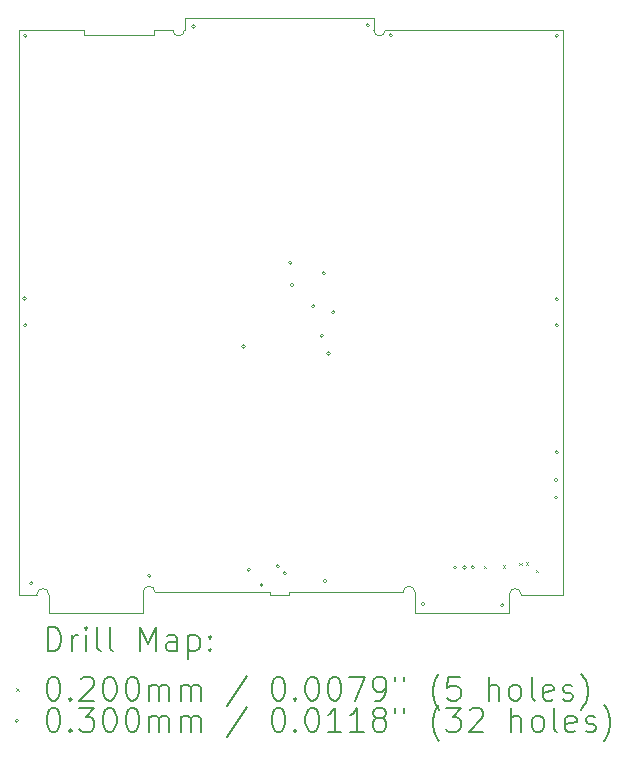
<source format=gbr>
%TF.GenerationSoftware,KiCad,Pcbnew,7.0.2*%
%TF.CreationDate,2023-07-30T22:15:09-04:00*%
%TF.ProjectId,ExternalFaces,45787465-726e-4616-9c46-616365732e6b,rev?*%
%TF.SameCoordinates,Original*%
%TF.FileFunction,Drillmap*%
%TF.FilePolarity,Positive*%
%FSLAX45Y45*%
G04 Gerber Fmt 4.5, Leading zero omitted, Abs format (unit mm)*
G04 Created by KiCad (PCBNEW 7.0.2) date 2023-07-30 22:15:09*
%MOMM*%
%LPD*%
G01*
G04 APERTURE LIST*
%ADD10C,0.100000*%
%ADD11C,0.050000*%
%ADD12C,0.200000*%
%ADD13C,0.020000*%
%ADD14C,0.030000*%
G04 APERTURE END LIST*
D10*
X10650000Y-7280000D02*
X11202000Y-7280000D01*
X13650000Y-7180000D02*
X12050000Y-7180000D01*
X10650000Y-12060000D02*
X10650000Y-7280000D01*
D11*
X11202000Y-7319000D02*
X11202000Y-7280000D01*
D10*
X11700000Y-12040000D02*
X11700000Y-12060000D01*
D11*
X11791000Y-7280000D02*
X11791000Y-7319000D01*
D10*
X13650000Y-7280000D02*
X13650000Y-7180000D01*
X12050000Y-7180000D02*
X12050000Y-7280000D01*
X14900000Y-12060000D02*
G75*
G03*
X14800000Y-12060000I-50000J0D01*
G01*
X14000000Y-12060000D02*
X14000000Y-12220000D01*
D11*
X11791000Y-7319000D02*
X11202000Y-7319000D01*
D10*
X11700000Y-12220000D02*
X10900000Y-12220000D01*
X13950000Y-7280000D02*
X13750000Y-7280000D01*
X14900000Y-12060000D02*
X15050000Y-12060000D01*
X10900000Y-12060000D02*
G75*
G03*
X10800000Y-12060000I-50000J0D01*
G01*
X14000000Y-12040000D02*
G75*
G03*
X13900000Y-12040000I-50000J0D01*
G01*
X12930000Y-12040000D02*
X12930000Y-12060000D01*
D11*
X11851000Y-7280000D02*
X11791000Y-7280000D01*
D10*
X12770000Y-12040000D02*
X12770000Y-12060000D01*
X11700000Y-12060000D02*
X11700000Y-12220000D01*
X11950000Y-7280000D02*
G75*
G03*
X12050000Y-7280000I50000J0D01*
G01*
X15050000Y-12060000D02*
X15250000Y-12060000D01*
X12770000Y-12040000D02*
X11800000Y-12040000D01*
X14800000Y-12220000D02*
X14800000Y-12060000D01*
X10900000Y-12220000D02*
X10900000Y-12060000D01*
X15250000Y-7280000D02*
X15250000Y-12060000D01*
X10800000Y-12060000D02*
X10650000Y-12060000D01*
X11800000Y-12040000D02*
G75*
G03*
X11700000Y-12040000I-50000J0D01*
G01*
D11*
X11950000Y-7280000D02*
X11851000Y-7280000D01*
D10*
X13650000Y-7280000D02*
G75*
G03*
X13750000Y-7280000I50000J0D01*
G01*
X12930000Y-12060000D02*
X12770000Y-12060000D01*
X14000000Y-12220000D02*
X14800000Y-12220000D01*
X14000000Y-12040000D02*
X14000000Y-12060000D01*
X13900000Y-12040000D02*
X12930000Y-12040000D01*
X15250000Y-7280000D02*
X13950000Y-7280000D01*
D12*
D13*
X14585000Y-11818000D02*
X14605000Y-11838000D01*
X14605000Y-11818000D02*
X14585000Y-11838000D01*
X14745317Y-11813446D02*
X14765317Y-11833446D01*
X14765317Y-11813446D02*
X14745317Y-11833446D01*
X14885000Y-11791000D02*
X14905000Y-11811000D01*
X14905000Y-11791000D02*
X14885000Y-11811000D01*
X14941000Y-11788000D02*
X14961000Y-11808000D01*
X14961000Y-11788000D02*
X14941000Y-11808000D01*
X15023000Y-11853000D02*
X15043000Y-11873000D01*
X15043000Y-11853000D02*
X15023000Y-11873000D01*
D14*
X10710000Y-9555000D02*
G75*
G03*
X10710000Y-9555000I-15000J0D01*
G01*
X10715000Y-7330000D02*
G75*
G03*
X10715000Y-7330000I-15000J0D01*
G01*
X10715000Y-9780000D02*
G75*
G03*
X10715000Y-9780000I-15000J0D01*
G01*
X10765000Y-11965000D02*
G75*
G03*
X10765000Y-11965000I-15000J0D01*
G01*
X11765000Y-11900000D02*
G75*
G03*
X11765000Y-11900000I-15000J0D01*
G01*
X12140000Y-7250000D02*
G75*
G03*
X12140000Y-7250000I-15000J0D01*
G01*
X12565000Y-9960000D02*
G75*
G03*
X12565000Y-9960000I-15000J0D01*
G01*
X12610000Y-11850000D02*
G75*
G03*
X12610000Y-11850000I-15000J0D01*
G01*
X12715000Y-11980000D02*
G75*
G03*
X12715000Y-11980000I-15000J0D01*
G01*
X12855000Y-11820000D02*
G75*
G03*
X12855000Y-11820000I-15000J0D01*
G01*
X12915000Y-11880000D02*
G75*
G03*
X12915000Y-11880000I-15000J0D01*
G01*
X12960000Y-9250000D02*
G75*
G03*
X12960000Y-9250000I-15000J0D01*
G01*
X12975000Y-9440000D02*
G75*
G03*
X12975000Y-9440000I-15000J0D01*
G01*
X13155000Y-9620000D02*
G75*
G03*
X13155000Y-9620000I-15000J0D01*
G01*
X13225000Y-9870000D02*
G75*
G03*
X13225000Y-9870000I-15000J0D01*
G01*
X13245000Y-9340000D02*
G75*
G03*
X13245000Y-9340000I-15000J0D01*
G01*
X13255000Y-11945000D02*
G75*
G03*
X13255000Y-11945000I-15000J0D01*
G01*
X13285000Y-10020000D02*
G75*
G03*
X13285000Y-10020000I-15000J0D01*
G01*
X13325000Y-9670000D02*
G75*
G03*
X13325000Y-9670000I-15000J0D01*
G01*
X13615000Y-7240000D02*
G75*
G03*
X13615000Y-7240000I-15000J0D01*
G01*
X13810000Y-7325000D02*
G75*
G03*
X13810000Y-7325000I-15000J0D01*
G01*
X14085000Y-12140000D02*
G75*
G03*
X14085000Y-12140000I-15000J0D01*
G01*
X14355000Y-11830000D02*
G75*
G03*
X14355000Y-11830000I-15000J0D01*
G01*
X14435000Y-11830000D02*
G75*
G03*
X14435000Y-11830000I-15000J0D01*
G01*
X14505000Y-11830000D02*
G75*
G03*
X14505000Y-11830000I-15000J0D01*
G01*
X14755000Y-12150000D02*
G75*
G03*
X14755000Y-12150000I-15000J0D01*
G01*
X15210000Y-11090000D02*
G75*
G03*
X15210000Y-11090000I-15000J0D01*
G01*
X15210000Y-11240000D02*
G75*
G03*
X15210000Y-11240000I-15000J0D01*
G01*
X15215000Y-7330000D02*
G75*
G03*
X15215000Y-7330000I-15000J0D01*
G01*
X15215000Y-9560000D02*
G75*
G03*
X15215000Y-9560000I-15000J0D01*
G01*
X15215000Y-9780000D02*
G75*
G03*
X15215000Y-9780000I-15000J0D01*
G01*
X15215000Y-10855000D02*
G75*
G03*
X15215000Y-10855000I-15000J0D01*
G01*
D12*
X10892619Y-12537524D02*
X10892619Y-12337524D01*
X10892619Y-12337524D02*
X10940238Y-12337524D01*
X10940238Y-12337524D02*
X10968810Y-12347048D01*
X10968810Y-12347048D02*
X10987857Y-12366095D01*
X10987857Y-12366095D02*
X10997381Y-12385143D01*
X10997381Y-12385143D02*
X11006905Y-12423238D01*
X11006905Y-12423238D02*
X11006905Y-12451809D01*
X11006905Y-12451809D02*
X10997381Y-12489905D01*
X10997381Y-12489905D02*
X10987857Y-12508952D01*
X10987857Y-12508952D02*
X10968810Y-12528000D01*
X10968810Y-12528000D02*
X10940238Y-12537524D01*
X10940238Y-12537524D02*
X10892619Y-12537524D01*
X11092619Y-12537524D02*
X11092619Y-12404190D01*
X11092619Y-12442286D02*
X11102143Y-12423238D01*
X11102143Y-12423238D02*
X11111667Y-12413714D01*
X11111667Y-12413714D02*
X11130714Y-12404190D01*
X11130714Y-12404190D02*
X11149762Y-12404190D01*
X11216428Y-12537524D02*
X11216428Y-12404190D01*
X11216428Y-12337524D02*
X11206905Y-12347048D01*
X11206905Y-12347048D02*
X11216428Y-12356571D01*
X11216428Y-12356571D02*
X11225952Y-12347048D01*
X11225952Y-12347048D02*
X11216428Y-12337524D01*
X11216428Y-12337524D02*
X11216428Y-12356571D01*
X11340238Y-12537524D02*
X11321190Y-12528000D01*
X11321190Y-12528000D02*
X11311667Y-12508952D01*
X11311667Y-12508952D02*
X11311667Y-12337524D01*
X11445000Y-12537524D02*
X11425952Y-12528000D01*
X11425952Y-12528000D02*
X11416428Y-12508952D01*
X11416428Y-12508952D02*
X11416428Y-12337524D01*
X11673571Y-12537524D02*
X11673571Y-12337524D01*
X11673571Y-12337524D02*
X11740238Y-12480381D01*
X11740238Y-12480381D02*
X11806905Y-12337524D01*
X11806905Y-12337524D02*
X11806905Y-12537524D01*
X11987857Y-12537524D02*
X11987857Y-12432762D01*
X11987857Y-12432762D02*
X11978333Y-12413714D01*
X11978333Y-12413714D02*
X11959286Y-12404190D01*
X11959286Y-12404190D02*
X11921190Y-12404190D01*
X11921190Y-12404190D02*
X11902143Y-12413714D01*
X11987857Y-12528000D02*
X11968809Y-12537524D01*
X11968809Y-12537524D02*
X11921190Y-12537524D01*
X11921190Y-12537524D02*
X11902143Y-12528000D01*
X11902143Y-12528000D02*
X11892619Y-12508952D01*
X11892619Y-12508952D02*
X11892619Y-12489905D01*
X11892619Y-12489905D02*
X11902143Y-12470857D01*
X11902143Y-12470857D02*
X11921190Y-12461333D01*
X11921190Y-12461333D02*
X11968809Y-12461333D01*
X11968809Y-12461333D02*
X11987857Y-12451809D01*
X12083095Y-12404190D02*
X12083095Y-12604190D01*
X12083095Y-12413714D02*
X12102143Y-12404190D01*
X12102143Y-12404190D02*
X12140238Y-12404190D01*
X12140238Y-12404190D02*
X12159286Y-12413714D01*
X12159286Y-12413714D02*
X12168809Y-12423238D01*
X12168809Y-12423238D02*
X12178333Y-12442286D01*
X12178333Y-12442286D02*
X12178333Y-12499428D01*
X12178333Y-12499428D02*
X12168809Y-12518476D01*
X12168809Y-12518476D02*
X12159286Y-12528000D01*
X12159286Y-12528000D02*
X12140238Y-12537524D01*
X12140238Y-12537524D02*
X12102143Y-12537524D01*
X12102143Y-12537524D02*
X12083095Y-12528000D01*
X12264048Y-12518476D02*
X12273571Y-12528000D01*
X12273571Y-12528000D02*
X12264048Y-12537524D01*
X12264048Y-12537524D02*
X12254524Y-12528000D01*
X12254524Y-12528000D02*
X12264048Y-12518476D01*
X12264048Y-12518476D02*
X12264048Y-12537524D01*
X12264048Y-12413714D02*
X12273571Y-12423238D01*
X12273571Y-12423238D02*
X12264048Y-12432762D01*
X12264048Y-12432762D02*
X12254524Y-12423238D01*
X12254524Y-12423238D02*
X12264048Y-12413714D01*
X12264048Y-12413714D02*
X12264048Y-12432762D01*
D13*
X10625000Y-12855000D02*
X10645000Y-12875000D01*
X10645000Y-12855000D02*
X10625000Y-12875000D01*
D12*
X10930714Y-12757524D02*
X10949762Y-12757524D01*
X10949762Y-12757524D02*
X10968810Y-12767048D01*
X10968810Y-12767048D02*
X10978333Y-12776571D01*
X10978333Y-12776571D02*
X10987857Y-12795619D01*
X10987857Y-12795619D02*
X10997381Y-12833714D01*
X10997381Y-12833714D02*
X10997381Y-12881333D01*
X10997381Y-12881333D02*
X10987857Y-12919428D01*
X10987857Y-12919428D02*
X10978333Y-12938476D01*
X10978333Y-12938476D02*
X10968810Y-12948000D01*
X10968810Y-12948000D02*
X10949762Y-12957524D01*
X10949762Y-12957524D02*
X10930714Y-12957524D01*
X10930714Y-12957524D02*
X10911667Y-12948000D01*
X10911667Y-12948000D02*
X10902143Y-12938476D01*
X10902143Y-12938476D02*
X10892619Y-12919428D01*
X10892619Y-12919428D02*
X10883095Y-12881333D01*
X10883095Y-12881333D02*
X10883095Y-12833714D01*
X10883095Y-12833714D02*
X10892619Y-12795619D01*
X10892619Y-12795619D02*
X10902143Y-12776571D01*
X10902143Y-12776571D02*
X10911667Y-12767048D01*
X10911667Y-12767048D02*
X10930714Y-12757524D01*
X11083095Y-12938476D02*
X11092619Y-12948000D01*
X11092619Y-12948000D02*
X11083095Y-12957524D01*
X11083095Y-12957524D02*
X11073571Y-12948000D01*
X11073571Y-12948000D02*
X11083095Y-12938476D01*
X11083095Y-12938476D02*
X11083095Y-12957524D01*
X11168810Y-12776571D02*
X11178333Y-12767048D01*
X11178333Y-12767048D02*
X11197381Y-12757524D01*
X11197381Y-12757524D02*
X11245000Y-12757524D01*
X11245000Y-12757524D02*
X11264048Y-12767048D01*
X11264048Y-12767048D02*
X11273571Y-12776571D01*
X11273571Y-12776571D02*
X11283095Y-12795619D01*
X11283095Y-12795619D02*
X11283095Y-12814667D01*
X11283095Y-12814667D02*
X11273571Y-12843238D01*
X11273571Y-12843238D02*
X11159286Y-12957524D01*
X11159286Y-12957524D02*
X11283095Y-12957524D01*
X11406905Y-12757524D02*
X11425952Y-12757524D01*
X11425952Y-12757524D02*
X11445000Y-12767048D01*
X11445000Y-12767048D02*
X11454524Y-12776571D01*
X11454524Y-12776571D02*
X11464048Y-12795619D01*
X11464048Y-12795619D02*
X11473571Y-12833714D01*
X11473571Y-12833714D02*
X11473571Y-12881333D01*
X11473571Y-12881333D02*
X11464048Y-12919428D01*
X11464048Y-12919428D02*
X11454524Y-12938476D01*
X11454524Y-12938476D02*
X11445000Y-12948000D01*
X11445000Y-12948000D02*
X11425952Y-12957524D01*
X11425952Y-12957524D02*
X11406905Y-12957524D01*
X11406905Y-12957524D02*
X11387857Y-12948000D01*
X11387857Y-12948000D02*
X11378333Y-12938476D01*
X11378333Y-12938476D02*
X11368809Y-12919428D01*
X11368809Y-12919428D02*
X11359286Y-12881333D01*
X11359286Y-12881333D02*
X11359286Y-12833714D01*
X11359286Y-12833714D02*
X11368809Y-12795619D01*
X11368809Y-12795619D02*
X11378333Y-12776571D01*
X11378333Y-12776571D02*
X11387857Y-12767048D01*
X11387857Y-12767048D02*
X11406905Y-12757524D01*
X11597381Y-12757524D02*
X11616429Y-12757524D01*
X11616429Y-12757524D02*
X11635476Y-12767048D01*
X11635476Y-12767048D02*
X11645000Y-12776571D01*
X11645000Y-12776571D02*
X11654524Y-12795619D01*
X11654524Y-12795619D02*
X11664048Y-12833714D01*
X11664048Y-12833714D02*
X11664048Y-12881333D01*
X11664048Y-12881333D02*
X11654524Y-12919428D01*
X11654524Y-12919428D02*
X11645000Y-12938476D01*
X11645000Y-12938476D02*
X11635476Y-12948000D01*
X11635476Y-12948000D02*
X11616429Y-12957524D01*
X11616429Y-12957524D02*
X11597381Y-12957524D01*
X11597381Y-12957524D02*
X11578333Y-12948000D01*
X11578333Y-12948000D02*
X11568809Y-12938476D01*
X11568809Y-12938476D02*
X11559286Y-12919428D01*
X11559286Y-12919428D02*
X11549762Y-12881333D01*
X11549762Y-12881333D02*
X11549762Y-12833714D01*
X11549762Y-12833714D02*
X11559286Y-12795619D01*
X11559286Y-12795619D02*
X11568809Y-12776571D01*
X11568809Y-12776571D02*
X11578333Y-12767048D01*
X11578333Y-12767048D02*
X11597381Y-12757524D01*
X11749762Y-12957524D02*
X11749762Y-12824190D01*
X11749762Y-12843238D02*
X11759286Y-12833714D01*
X11759286Y-12833714D02*
X11778333Y-12824190D01*
X11778333Y-12824190D02*
X11806905Y-12824190D01*
X11806905Y-12824190D02*
X11825952Y-12833714D01*
X11825952Y-12833714D02*
X11835476Y-12852762D01*
X11835476Y-12852762D02*
X11835476Y-12957524D01*
X11835476Y-12852762D02*
X11845000Y-12833714D01*
X11845000Y-12833714D02*
X11864048Y-12824190D01*
X11864048Y-12824190D02*
X11892619Y-12824190D01*
X11892619Y-12824190D02*
X11911667Y-12833714D01*
X11911667Y-12833714D02*
X11921190Y-12852762D01*
X11921190Y-12852762D02*
X11921190Y-12957524D01*
X12016429Y-12957524D02*
X12016429Y-12824190D01*
X12016429Y-12843238D02*
X12025952Y-12833714D01*
X12025952Y-12833714D02*
X12045000Y-12824190D01*
X12045000Y-12824190D02*
X12073571Y-12824190D01*
X12073571Y-12824190D02*
X12092619Y-12833714D01*
X12092619Y-12833714D02*
X12102143Y-12852762D01*
X12102143Y-12852762D02*
X12102143Y-12957524D01*
X12102143Y-12852762D02*
X12111667Y-12833714D01*
X12111667Y-12833714D02*
X12130714Y-12824190D01*
X12130714Y-12824190D02*
X12159286Y-12824190D01*
X12159286Y-12824190D02*
X12178333Y-12833714D01*
X12178333Y-12833714D02*
X12187857Y-12852762D01*
X12187857Y-12852762D02*
X12187857Y-12957524D01*
X12578333Y-12748000D02*
X12406905Y-13005143D01*
X12835476Y-12757524D02*
X12854524Y-12757524D01*
X12854524Y-12757524D02*
X12873572Y-12767048D01*
X12873572Y-12767048D02*
X12883095Y-12776571D01*
X12883095Y-12776571D02*
X12892619Y-12795619D01*
X12892619Y-12795619D02*
X12902143Y-12833714D01*
X12902143Y-12833714D02*
X12902143Y-12881333D01*
X12902143Y-12881333D02*
X12892619Y-12919428D01*
X12892619Y-12919428D02*
X12883095Y-12938476D01*
X12883095Y-12938476D02*
X12873572Y-12948000D01*
X12873572Y-12948000D02*
X12854524Y-12957524D01*
X12854524Y-12957524D02*
X12835476Y-12957524D01*
X12835476Y-12957524D02*
X12816429Y-12948000D01*
X12816429Y-12948000D02*
X12806905Y-12938476D01*
X12806905Y-12938476D02*
X12797381Y-12919428D01*
X12797381Y-12919428D02*
X12787857Y-12881333D01*
X12787857Y-12881333D02*
X12787857Y-12833714D01*
X12787857Y-12833714D02*
X12797381Y-12795619D01*
X12797381Y-12795619D02*
X12806905Y-12776571D01*
X12806905Y-12776571D02*
X12816429Y-12767048D01*
X12816429Y-12767048D02*
X12835476Y-12757524D01*
X12987857Y-12938476D02*
X12997381Y-12948000D01*
X12997381Y-12948000D02*
X12987857Y-12957524D01*
X12987857Y-12957524D02*
X12978333Y-12948000D01*
X12978333Y-12948000D02*
X12987857Y-12938476D01*
X12987857Y-12938476D02*
X12987857Y-12957524D01*
X13121191Y-12757524D02*
X13140238Y-12757524D01*
X13140238Y-12757524D02*
X13159286Y-12767048D01*
X13159286Y-12767048D02*
X13168810Y-12776571D01*
X13168810Y-12776571D02*
X13178333Y-12795619D01*
X13178333Y-12795619D02*
X13187857Y-12833714D01*
X13187857Y-12833714D02*
X13187857Y-12881333D01*
X13187857Y-12881333D02*
X13178333Y-12919428D01*
X13178333Y-12919428D02*
X13168810Y-12938476D01*
X13168810Y-12938476D02*
X13159286Y-12948000D01*
X13159286Y-12948000D02*
X13140238Y-12957524D01*
X13140238Y-12957524D02*
X13121191Y-12957524D01*
X13121191Y-12957524D02*
X13102143Y-12948000D01*
X13102143Y-12948000D02*
X13092619Y-12938476D01*
X13092619Y-12938476D02*
X13083095Y-12919428D01*
X13083095Y-12919428D02*
X13073572Y-12881333D01*
X13073572Y-12881333D02*
X13073572Y-12833714D01*
X13073572Y-12833714D02*
X13083095Y-12795619D01*
X13083095Y-12795619D02*
X13092619Y-12776571D01*
X13092619Y-12776571D02*
X13102143Y-12767048D01*
X13102143Y-12767048D02*
X13121191Y-12757524D01*
X13311667Y-12757524D02*
X13330714Y-12757524D01*
X13330714Y-12757524D02*
X13349762Y-12767048D01*
X13349762Y-12767048D02*
X13359286Y-12776571D01*
X13359286Y-12776571D02*
X13368810Y-12795619D01*
X13368810Y-12795619D02*
X13378333Y-12833714D01*
X13378333Y-12833714D02*
X13378333Y-12881333D01*
X13378333Y-12881333D02*
X13368810Y-12919428D01*
X13368810Y-12919428D02*
X13359286Y-12938476D01*
X13359286Y-12938476D02*
X13349762Y-12948000D01*
X13349762Y-12948000D02*
X13330714Y-12957524D01*
X13330714Y-12957524D02*
X13311667Y-12957524D01*
X13311667Y-12957524D02*
X13292619Y-12948000D01*
X13292619Y-12948000D02*
X13283095Y-12938476D01*
X13283095Y-12938476D02*
X13273572Y-12919428D01*
X13273572Y-12919428D02*
X13264048Y-12881333D01*
X13264048Y-12881333D02*
X13264048Y-12833714D01*
X13264048Y-12833714D02*
X13273572Y-12795619D01*
X13273572Y-12795619D02*
X13283095Y-12776571D01*
X13283095Y-12776571D02*
X13292619Y-12767048D01*
X13292619Y-12767048D02*
X13311667Y-12757524D01*
X13445000Y-12757524D02*
X13578333Y-12757524D01*
X13578333Y-12757524D02*
X13492619Y-12957524D01*
X13664048Y-12957524D02*
X13702143Y-12957524D01*
X13702143Y-12957524D02*
X13721191Y-12948000D01*
X13721191Y-12948000D02*
X13730714Y-12938476D01*
X13730714Y-12938476D02*
X13749762Y-12909905D01*
X13749762Y-12909905D02*
X13759286Y-12871809D01*
X13759286Y-12871809D02*
X13759286Y-12795619D01*
X13759286Y-12795619D02*
X13749762Y-12776571D01*
X13749762Y-12776571D02*
X13740238Y-12767048D01*
X13740238Y-12767048D02*
X13721191Y-12757524D01*
X13721191Y-12757524D02*
X13683095Y-12757524D01*
X13683095Y-12757524D02*
X13664048Y-12767048D01*
X13664048Y-12767048D02*
X13654524Y-12776571D01*
X13654524Y-12776571D02*
X13645000Y-12795619D01*
X13645000Y-12795619D02*
X13645000Y-12843238D01*
X13645000Y-12843238D02*
X13654524Y-12862286D01*
X13654524Y-12862286D02*
X13664048Y-12871809D01*
X13664048Y-12871809D02*
X13683095Y-12881333D01*
X13683095Y-12881333D02*
X13721191Y-12881333D01*
X13721191Y-12881333D02*
X13740238Y-12871809D01*
X13740238Y-12871809D02*
X13749762Y-12862286D01*
X13749762Y-12862286D02*
X13759286Y-12843238D01*
X13835476Y-12757524D02*
X13835476Y-12795619D01*
X13911667Y-12757524D02*
X13911667Y-12795619D01*
X14206905Y-13033714D02*
X14197381Y-13024190D01*
X14197381Y-13024190D02*
X14178334Y-12995619D01*
X14178334Y-12995619D02*
X14168810Y-12976571D01*
X14168810Y-12976571D02*
X14159286Y-12948000D01*
X14159286Y-12948000D02*
X14149762Y-12900381D01*
X14149762Y-12900381D02*
X14149762Y-12862286D01*
X14149762Y-12862286D02*
X14159286Y-12814667D01*
X14159286Y-12814667D02*
X14168810Y-12786095D01*
X14168810Y-12786095D02*
X14178334Y-12767048D01*
X14178334Y-12767048D02*
X14197381Y-12738476D01*
X14197381Y-12738476D02*
X14206905Y-12728952D01*
X14378334Y-12757524D02*
X14283095Y-12757524D01*
X14283095Y-12757524D02*
X14273572Y-12852762D01*
X14273572Y-12852762D02*
X14283095Y-12843238D01*
X14283095Y-12843238D02*
X14302143Y-12833714D01*
X14302143Y-12833714D02*
X14349762Y-12833714D01*
X14349762Y-12833714D02*
X14368810Y-12843238D01*
X14368810Y-12843238D02*
X14378334Y-12852762D01*
X14378334Y-12852762D02*
X14387857Y-12871809D01*
X14387857Y-12871809D02*
X14387857Y-12919428D01*
X14387857Y-12919428D02*
X14378334Y-12938476D01*
X14378334Y-12938476D02*
X14368810Y-12948000D01*
X14368810Y-12948000D02*
X14349762Y-12957524D01*
X14349762Y-12957524D02*
X14302143Y-12957524D01*
X14302143Y-12957524D02*
X14283095Y-12948000D01*
X14283095Y-12948000D02*
X14273572Y-12938476D01*
X14625953Y-12957524D02*
X14625953Y-12757524D01*
X14711667Y-12957524D02*
X14711667Y-12852762D01*
X14711667Y-12852762D02*
X14702143Y-12833714D01*
X14702143Y-12833714D02*
X14683096Y-12824190D01*
X14683096Y-12824190D02*
X14654524Y-12824190D01*
X14654524Y-12824190D02*
X14635476Y-12833714D01*
X14635476Y-12833714D02*
X14625953Y-12843238D01*
X14835476Y-12957524D02*
X14816429Y-12948000D01*
X14816429Y-12948000D02*
X14806905Y-12938476D01*
X14806905Y-12938476D02*
X14797381Y-12919428D01*
X14797381Y-12919428D02*
X14797381Y-12862286D01*
X14797381Y-12862286D02*
X14806905Y-12843238D01*
X14806905Y-12843238D02*
X14816429Y-12833714D01*
X14816429Y-12833714D02*
X14835476Y-12824190D01*
X14835476Y-12824190D02*
X14864048Y-12824190D01*
X14864048Y-12824190D02*
X14883096Y-12833714D01*
X14883096Y-12833714D02*
X14892619Y-12843238D01*
X14892619Y-12843238D02*
X14902143Y-12862286D01*
X14902143Y-12862286D02*
X14902143Y-12919428D01*
X14902143Y-12919428D02*
X14892619Y-12938476D01*
X14892619Y-12938476D02*
X14883096Y-12948000D01*
X14883096Y-12948000D02*
X14864048Y-12957524D01*
X14864048Y-12957524D02*
X14835476Y-12957524D01*
X15016429Y-12957524D02*
X14997381Y-12948000D01*
X14997381Y-12948000D02*
X14987857Y-12928952D01*
X14987857Y-12928952D02*
X14987857Y-12757524D01*
X15168810Y-12948000D02*
X15149762Y-12957524D01*
X15149762Y-12957524D02*
X15111667Y-12957524D01*
X15111667Y-12957524D02*
X15092619Y-12948000D01*
X15092619Y-12948000D02*
X15083096Y-12928952D01*
X15083096Y-12928952D02*
X15083096Y-12852762D01*
X15083096Y-12852762D02*
X15092619Y-12833714D01*
X15092619Y-12833714D02*
X15111667Y-12824190D01*
X15111667Y-12824190D02*
X15149762Y-12824190D01*
X15149762Y-12824190D02*
X15168810Y-12833714D01*
X15168810Y-12833714D02*
X15178334Y-12852762D01*
X15178334Y-12852762D02*
X15178334Y-12871809D01*
X15178334Y-12871809D02*
X15083096Y-12890857D01*
X15254524Y-12948000D02*
X15273572Y-12957524D01*
X15273572Y-12957524D02*
X15311667Y-12957524D01*
X15311667Y-12957524D02*
X15330715Y-12948000D01*
X15330715Y-12948000D02*
X15340238Y-12928952D01*
X15340238Y-12928952D02*
X15340238Y-12919428D01*
X15340238Y-12919428D02*
X15330715Y-12900381D01*
X15330715Y-12900381D02*
X15311667Y-12890857D01*
X15311667Y-12890857D02*
X15283096Y-12890857D01*
X15283096Y-12890857D02*
X15264048Y-12881333D01*
X15264048Y-12881333D02*
X15254524Y-12862286D01*
X15254524Y-12862286D02*
X15254524Y-12852762D01*
X15254524Y-12852762D02*
X15264048Y-12833714D01*
X15264048Y-12833714D02*
X15283096Y-12824190D01*
X15283096Y-12824190D02*
X15311667Y-12824190D01*
X15311667Y-12824190D02*
X15330715Y-12833714D01*
X15406905Y-13033714D02*
X15416429Y-13024190D01*
X15416429Y-13024190D02*
X15435477Y-12995619D01*
X15435477Y-12995619D02*
X15445000Y-12976571D01*
X15445000Y-12976571D02*
X15454524Y-12948000D01*
X15454524Y-12948000D02*
X15464048Y-12900381D01*
X15464048Y-12900381D02*
X15464048Y-12862286D01*
X15464048Y-12862286D02*
X15454524Y-12814667D01*
X15454524Y-12814667D02*
X15445000Y-12786095D01*
X15445000Y-12786095D02*
X15435477Y-12767048D01*
X15435477Y-12767048D02*
X15416429Y-12738476D01*
X15416429Y-12738476D02*
X15406905Y-12728952D01*
D14*
X10645000Y-13129000D02*
G75*
G03*
X10645000Y-13129000I-15000J0D01*
G01*
D12*
X10930714Y-13021524D02*
X10949762Y-13021524D01*
X10949762Y-13021524D02*
X10968810Y-13031048D01*
X10968810Y-13031048D02*
X10978333Y-13040571D01*
X10978333Y-13040571D02*
X10987857Y-13059619D01*
X10987857Y-13059619D02*
X10997381Y-13097714D01*
X10997381Y-13097714D02*
X10997381Y-13145333D01*
X10997381Y-13145333D02*
X10987857Y-13183428D01*
X10987857Y-13183428D02*
X10978333Y-13202476D01*
X10978333Y-13202476D02*
X10968810Y-13212000D01*
X10968810Y-13212000D02*
X10949762Y-13221524D01*
X10949762Y-13221524D02*
X10930714Y-13221524D01*
X10930714Y-13221524D02*
X10911667Y-13212000D01*
X10911667Y-13212000D02*
X10902143Y-13202476D01*
X10902143Y-13202476D02*
X10892619Y-13183428D01*
X10892619Y-13183428D02*
X10883095Y-13145333D01*
X10883095Y-13145333D02*
X10883095Y-13097714D01*
X10883095Y-13097714D02*
X10892619Y-13059619D01*
X10892619Y-13059619D02*
X10902143Y-13040571D01*
X10902143Y-13040571D02*
X10911667Y-13031048D01*
X10911667Y-13031048D02*
X10930714Y-13021524D01*
X11083095Y-13202476D02*
X11092619Y-13212000D01*
X11092619Y-13212000D02*
X11083095Y-13221524D01*
X11083095Y-13221524D02*
X11073571Y-13212000D01*
X11073571Y-13212000D02*
X11083095Y-13202476D01*
X11083095Y-13202476D02*
X11083095Y-13221524D01*
X11159286Y-13021524D02*
X11283095Y-13021524D01*
X11283095Y-13021524D02*
X11216428Y-13097714D01*
X11216428Y-13097714D02*
X11245000Y-13097714D01*
X11245000Y-13097714D02*
X11264048Y-13107238D01*
X11264048Y-13107238D02*
X11273571Y-13116762D01*
X11273571Y-13116762D02*
X11283095Y-13135809D01*
X11283095Y-13135809D02*
X11283095Y-13183428D01*
X11283095Y-13183428D02*
X11273571Y-13202476D01*
X11273571Y-13202476D02*
X11264048Y-13212000D01*
X11264048Y-13212000D02*
X11245000Y-13221524D01*
X11245000Y-13221524D02*
X11187857Y-13221524D01*
X11187857Y-13221524D02*
X11168810Y-13212000D01*
X11168810Y-13212000D02*
X11159286Y-13202476D01*
X11406905Y-13021524D02*
X11425952Y-13021524D01*
X11425952Y-13021524D02*
X11445000Y-13031048D01*
X11445000Y-13031048D02*
X11454524Y-13040571D01*
X11454524Y-13040571D02*
X11464048Y-13059619D01*
X11464048Y-13059619D02*
X11473571Y-13097714D01*
X11473571Y-13097714D02*
X11473571Y-13145333D01*
X11473571Y-13145333D02*
X11464048Y-13183428D01*
X11464048Y-13183428D02*
X11454524Y-13202476D01*
X11454524Y-13202476D02*
X11445000Y-13212000D01*
X11445000Y-13212000D02*
X11425952Y-13221524D01*
X11425952Y-13221524D02*
X11406905Y-13221524D01*
X11406905Y-13221524D02*
X11387857Y-13212000D01*
X11387857Y-13212000D02*
X11378333Y-13202476D01*
X11378333Y-13202476D02*
X11368809Y-13183428D01*
X11368809Y-13183428D02*
X11359286Y-13145333D01*
X11359286Y-13145333D02*
X11359286Y-13097714D01*
X11359286Y-13097714D02*
X11368809Y-13059619D01*
X11368809Y-13059619D02*
X11378333Y-13040571D01*
X11378333Y-13040571D02*
X11387857Y-13031048D01*
X11387857Y-13031048D02*
X11406905Y-13021524D01*
X11597381Y-13021524D02*
X11616429Y-13021524D01*
X11616429Y-13021524D02*
X11635476Y-13031048D01*
X11635476Y-13031048D02*
X11645000Y-13040571D01*
X11645000Y-13040571D02*
X11654524Y-13059619D01*
X11654524Y-13059619D02*
X11664048Y-13097714D01*
X11664048Y-13097714D02*
X11664048Y-13145333D01*
X11664048Y-13145333D02*
X11654524Y-13183428D01*
X11654524Y-13183428D02*
X11645000Y-13202476D01*
X11645000Y-13202476D02*
X11635476Y-13212000D01*
X11635476Y-13212000D02*
X11616429Y-13221524D01*
X11616429Y-13221524D02*
X11597381Y-13221524D01*
X11597381Y-13221524D02*
X11578333Y-13212000D01*
X11578333Y-13212000D02*
X11568809Y-13202476D01*
X11568809Y-13202476D02*
X11559286Y-13183428D01*
X11559286Y-13183428D02*
X11549762Y-13145333D01*
X11549762Y-13145333D02*
X11549762Y-13097714D01*
X11549762Y-13097714D02*
X11559286Y-13059619D01*
X11559286Y-13059619D02*
X11568809Y-13040571D01*
X11568809Y-13040571D02*
X11578333Y-13031048D01*
X11578333Y-13031048D02*
X11597381Y-13021524D01*
X11749762Y-13221524D02*
X11749762Y-13088190D01*
X11749762Y-13107238D02*
X11759286Y-13097714D01*
X11759286Y-13097714D02*
X11778333Y-13088190D01*
X11778333Y-13088190D02*
X11806905Y-13088190D01*
X11806905Y-13088190D02*
X11825952Y-13097714D01*
X11825952Y-13097714D02*
X11835476Y-13116762D01*
X11835476Y-13116762D02*
X11835476Y-13221524D01*
X11835476Y-13116762D02*
X11845000Y-13097714D01*
X11845000Y-13097714D02*
X11864048Y-13088190D01*
X11864048Y-13088190D02*
X11892619Y-13088190D01*
X11892619Y-13088190D02*
X11911667Y-13097714D01*
X11911667Y-13097714D02*
X11921190Y-13116762D01*
X11921190Y-13116762D02*
X11921190Y-13221524D01*
X12016429Y-13221524D02*
X12016429Y-13088190D01*
X12016429Y-13107238D02*
X12025952Y-13097714D01*
X12025952Y-13097714D02*
X12045000Y-13088190D01*
X12045000Y-13088190D02*
X12073571Y-13088190D01*
X12073571Y-13088190D02*
X12092619Y-13097714D01*
X12092619Y-13097714D02*
X12102143Y-13116762D01*
X12102143Y-13116762D02*
X12102143Y-13221524D01*
X12102143Y-13116762D02*
X12111667Y-13097714D01*
X12111667Y-13097714D02*
X12130714Y-13088190D01*
X12130714Y-13088190D02*
X12159286Y-13088190D01*
X12159286Y-13088190D02*
X12178333Y-13097714D01*
X12178333Y-13097714D02*
X12187857Y-13116762D01*
X12187857Y-13116762D02*
X12187857Y-13221524D01*
X12578333Y-13012000D02*
X12406905Y-13269143D01*
X12835476Y-13021524D02*
X12854524Y-13021524D01*
X12854524Y-13021524D02*
X12873572Y-13031048D01*
X12873572Y-13031048D02*
X12883095Y-13040571D01*
X12883095Y-13040571D02*
X12892619Y-13059619D01*
X12892619Y-13059619D02*
X12902143Y-13097714D01*
X12902143Y-13097714D02*
X12902143Y-13145333D01*
X12902143Y-13145333D02*
X12892619Y-13183428D01*
X12892619Y-13183428D02*
X12883095Y-13202476D01*
X12883095Y-13202476D02*
X12873572Y-13212000D01*
X12873572Y-13212000D02*
X12854524Y-13221524D01*
X12854524Y-13221524D02*
X12835476Y-13221524D01*
X12835476Y-13221524D02*
X12816429Y-13212000D01*
X12816429Y-13212000D02*
X12806905Y-13202476D01*
X12806905Y-13202476D02*
X12797381Y-13183428D01*
X12797381Y-13183428D02*
X12787857Y-13145333D01*
X12787857Y-13145333D02*
X12787857Y-13097714D01*
X12787857Y-13097714D02*
X12797381Y-13059619D01*
X12797381Y-13059619D02*
X12806905Y-13040571D01*
X12806905Y-13040571D02*
X12816429Y-13031048D01*
X12816429Y-13031048D02*
X12835476Y-13021524D01*
X12987857Y-13202476D02*
X12997381Y-13212000D01*
X12997381Y-13212000D02*
X12987857Y-13221524D01*
X12987857Y-13221524D02*
X12978333Y-13212000D01*
X12978333Y-13212000D02*
X12987857Y-13202476D01*
X12987857Y-13202476D02*
X12987857Y-13221524D01*
X13121191Y-13021524D02*
X13140238Y-13021524D01*
X13140238Y-13021524D02*
X13159286Y-13031048D01*
X13159286Y-13031048D02*
X13168810Y-13040571D01*
X13168810Y-13040571D02*
X13178333Y-13059619D01*
X13178333Y-13059619D02*
X13187857Y-13097714D01*
X13187857Y-13097714D02*
X13187857Y-13145333D01*
X13187857Y-13145333D02*
X13178333Y-13183428D01*
X13178333Y-13183428D02*
X13168810Y-13202476D01*
X13168810Y-13202476D02*
X13159286Y-13212000D01*
X13159286Y-13212000D02*
X13140238Y-13221524D01*
X13140238Y-13221524D02*
X13121191Y-13221524D01*
X13121191Y-13221524D02*
X13102143Y-13212000D01*
X13102143Y-13212000D02*
X13092619Y-13202476D01*
X13092619Y-13202476D02*
X13083095Y-13183428D01*
X13083095Y-13183428D02*
X13073572Y-13145333D01*
X13073572Y-13145333D02*
X13073572Y-13097714D01*
X13073572Y-13097714D02*
X13083095Y-13059619D01*
X13083095Y-13059619D02*
X13092619Y-13040571D01*
X13092619Y-13040571D02*
X13102143Y-13031048D01*
X13102143Y-13031048D02*
X13121191Y-13021524D01*
X13378333Y-13221524D02*
X13264048Y-13221524D01*
X13321191Y-13221524D02*
X13321191Y-13021524D01*
X13321191Y-13021524D02*
X13302143Y-13050095D01*
X13302143Y-13050095D02*
X13283095Y-13069143D01*
X13283095Y-13069143D02*
X13264048Y-13078667D01*
X13568810Y-13221524D02*
X13454524Y-13221524D01*
X13511667Y-13221524D02*
X13511667Y-13021524D01*
X13511667Y-13021524D02*
X13492619Y-13050095D01*
X13492619Y-13050095D02*
X13473572Y-13069143D01*
X13473572Y-13069143D02*
X13454524Y-13078667D01*
X13683095Y-13107238D02*
X13664048Y-13097714D01*
X13664048Y-13097714D02*
X13654524Y-13088190D01*
X13654524Y-13088190D02*
X13645000Y-13069143D01*
X13645000Y-13069143D02*
X13645000Y-13059619D01*
X13645000Y-13059619D02*
X13654524Y-13040571D01*
X13654524Y-13040571D02*
X13664048Y-13031048D01*
X13664048Y-13031048D02*
X13683095Y-13021524D01*
X13683095Y-13021524D02*
X13721191Y-13021524D01*
X13721191Y-13021524D02*
X13740238Y-13031048D01*
X13740238Y-13031048D02*
X13749762Y-13040571D01*
X13749762Y-13040571D02*
X13759286Y-13059619D01*
X13759286Y-13059619D02*
X13759286Y-13069143D01*
X13759286Y-13069143D02*
X13749762Y-13088190D01*
X13749762Y-13088190D02*
X13740238Y-13097714D01*
X13740238Y-13097714D02*
X13721191Y-13107238D01*
X13721191Y-13107238D02*
X13683095Y-13107238D01*
X13683095Y-13107238D02*
X13664048Y-13116762D01*
X13664048Y-13116762D02*
X13654524Y-13126286D01*
X13654524Y-13126286D02*
X13645000Y-13145333D01*
X13645000Y-13145333D02*
X13645000Y-13183428D01*
X13645000Y-13183428D02*
X13654524Y-13202476D01*
X13654524Y-13202476D02*
X13664048Y-13212000D01*
X13664048Y-13212000D02*
X13683095Y-13221524D01*
X13683095Y-13221524D02*
X13721191Y-13221524D01*
X13721191Y-13221524D02*
X13740238Y-13212000D01*
X13740238Y-13212000D02*
X13749762Y-13202476D01*
X13749762Y-13202476D02*
X13759286Y-13183428D01*
X13759286Y-13183428D02*
X13759286Y-13145333D01*
X13759286Y-13145333D02*
X13749762Y-13126286D01*
X13749762Y-13126286D02*
X13740238Y-13116762D01*
X13740238Y-13116762D02*
X13721191Y-13107238D01*
X13835476Y-13021524D02*
X13835476Y-13059619D01*
X13911667Y-13021524D02*
X13911667Y-13059619D01*
X14206905Y-13297714D02*
X14197381Y-13288190D01*
X14197381Y-13288190D02*
X14178334Y-13259619D01*
X14178334Y-13259619D02*
X14168810Y-13240571D01*
X14168810Y-13240571D02*
X14159286Y-13212000D01*
X14159286Y-13212000D02*
X14149762Y-13164381D01*
X14149762Y-13164381D02*
X14149762Y-13126286D01*
X14149762Y-13126286D02*
X14159286Y-13078667D01*
X14159286Y-13078667D02*
X14168810Y-13050095D01*
X14168810Y-13050095D02*
X14178334Y-13031048D01*
X14178334Y-13031048D02*
X14197381Y-13002476D01*
X14197381Y-13002476D02*
X14206905Y-12992952D01*
X14264048Y-13021524D02*
X14387857Y-13021524D01*
X14387857Y-13021524D02*
X14321191Y-13097714D01*
X14321191Y-13097714D02*
X14349762Y-13097714D01*
X14349762Y-13097714D02*
X14368810Y-13107238D01*
X14368810Y-13107238D02*
X14378334Y-13116762D01*
X14378334Y-13116762D02*
X14387857Y-13135809D01*
X14387857Y-13135809D02*
X14387857Y-13183428D01*
X14387857Y-13183428D02*
X14378334Y-13202476D01*
X14378334Y-13202476D02*
X14368810Y-13212000D01*
X14368810Y-13212000D02*
X14349762Y-13221524D01*
X14349762Y-13221524D02*
X14292619Y-13221524D01*
X14292619Y-13221524D02*
X14273572Y-13212000D01*
X14273572Y-13212000D02*
X14264048Y-13202476D01*
X14464048Y-13040571D02*
X14473572Y-13031048D01*
X14473572Y-13031048D02*
X14492619Y-13021524D01*
X14492619Y-13021524D02*
X14540238Y-13021524D01*
X14540238Y-13021524D02*
X14559286Y-13031048D01*
X14559286Y-13031048D02*
X14568810Y-13040571D01*
X14568810Y-13040571D02*
X14578334Y-13059619D01*
X14578334Y-13059619D02*
X14578334Y-13078667D01*
X14578334Y-13078667D02*
X14568810Y-13107238D01*
X14568810Y-13107238D02*
X14454524Y-13221524D01*
X14454524Y-13221524D02*
X14578334Y-13221524D01*
X14816429Y-13221524D02*
X14816429Y-13021524D01*
X14902143Y-13221524D02*
X14902143Y-13116762D01*
X14902143Y-13116762D02*
X14892619Y-13097714D01*
X14892619Y-13097714D02*
X14873572Y-13088190D01*
X14873572Y-13088190D02*
X14845000Y-13088190D01*
X14845000Y-13088190D02*
X14825953Y-13097714D01*
X14825953Y-13097714D02*
X14816429Y-13107238D01*
X15025953Y-13221524D02*
X15006905Y-13212000D01*
X15006905Y-13212000D02*
X14997381Y-13202476D01*
X14997381Y-13202476D02*
X14987857Y-13183428D01*
X14987857Y-13183428D02*
X14987857Y-13126286D01*
X14987857Y-13126286D02*
X14997381Y-13107238D01*
X14997381Y-13107238D02*
X15006905Y-13097714D01*
X15006905Y-13097714D02*
X15025953Y-13088190D01*
X15025953Y-13088190D02*
X15054524Y-13088190D01*
X15054524Y-13088190D02*
X15073572Y-13097714D01*
X15073572Y-13097714D02*
X15083096Y-13107238D01*
X15083096Y-13107238D02*
X15092619Y-13126286D01*
X15092619Y-13126286D02*
X15092619Y-13183428D01*
X15092619Y-13183428D02*
X15083096Y-13202476D01*
X15083096Y-13202476D02*
X15073572Y-13212000D01*
X15073572Y-13212000D02*
X15054524Y-13221524D01*
X15054524Y-13221524D02*
X15025953Y-13221524D01*
X15206905Y-13221524D02*
X15187857Y-13212000D01*
X15187857Y-13212000D02*
X15178334Y-13192952D01*
X15178334Y-13192952D02*
X15178334Y-13021524D01*
X15359286Y-13212000D02*
X15340238Y-13221524D01*
X15340238Y-13221524D02*
X15302143Y-13221524D01*
X15302143Y-13221524D02*
X15283096Y-13212000D01*
X15283096Y-13212000D02*
X15273572Y-13192952D01*
X15273572Y-13192952D02*
X15273572Y-13116762D01*
X15273572Y-13116762D02*
X15283096Y-13097714D01*
X15283096Y-13097714D02*
X15302143Y-13088190D01*
X15302143Y-13088190D02*
X15340238Y-13088190D01*
X15340238Y-13088190D02*
X15359286Y-13097714D01*
X15359286Y-13097714D02*
X15368810Y-13116762D01*
X15368810Y-13116762D02*
X15368810Y-13135809D01*
X15368810Y-13135809D02*
X15273572Y-13154857D01*
X15445000Y-13212000D02*
X15464048Y-13221524D01*
X15464048Y-13221524D02*
X15502143Y-13221524D01*
X15502143Y-13221524D02*
X15521191Y-13212000D01*
X15521191Y-13212000D02*
X15530715Y-13192952D01*
X15530715Y-13192952D02*
X15530715Y-13183428D01*
X15530715Y-13183428D02*
X15521191Y-13164381D01*
X15521191Y-13164381D02*
X15502143Y-13154857D01*
X15502143Y-13154857D02*
X15473572Y-13154857D01*
X15473572Y-13154857D02*
X15454524Y-13145333D01*
X15454524Y-13145333D02*
X15445000Y-13126286D01*
X15445000Y-13126286D02*
X15445000Y-13116762D01*
X15445000Y-13116762D02*
X15454524Y-13097714D01*
X15454524Y-13097714D02*
X15473572Y-13088190D01*
X15473572Y-13088190D02*
X15502143Y-13088190D01*
X15502143Y-13088190D02*
X15521191Y-13097714D01*
X15597381Y-13297714D02*
X15606905Y-13288190D01*
X15606905Y-13288190D02*
X15625953Y-13259619D01*
X15625953Y-13259619D02*
X15635477Y-13240571D01*
X15635477Y-13240571D02*
X15645000Y-13212000D01*
X15645000Y-13212000D02*
X15654524Y-13164381D01*
X15654524Y-13164381D02*
X15654524Y-13126286D01*
X15654524Y-13126286D02*
X15645000Y-13078667D01*
X15645000Y-13078667D02*
X15635477Y-13050095D01*
X15635477Y-13050095D02*
X15625953Y-13031048D01*
X15625953Y-13031048D02*
X15606905Y-13002476D01*
X15606905Y-13002476D02*
X15597381Y-12992952D01*
M02*

</source>
